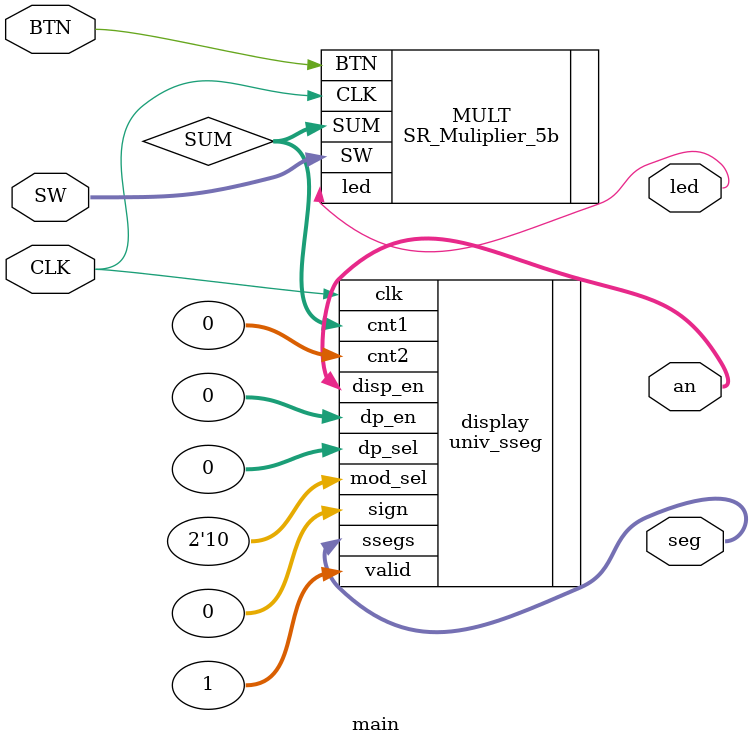
<source format=v>
`include "../Modules/univ_sseg.v"
`include "SR_Multiplier_5b.v"

module main(input CLK, input BTN, input [9:0] SW, output [7:0] seg, output [3:0] an, output led);

wire [9:0] SUM;


SR_Muliplier_5b MULT( .CLK(CLK), .BTN(BTN), .SW(SW),  .SUM(SUM), .led(led));


univ_sseg display(
     .cnt1(SUM),
     .cnt2(0),
     .valid(1),
     .dp_en(0),
     .dp_sel(0),
     .mod_sel(2'b10),
     .sign(0),
     .clk(CLK),
     .ssegs(seg),
     .disp_en(an)
    ); 
  
  


endmodule

</source>
